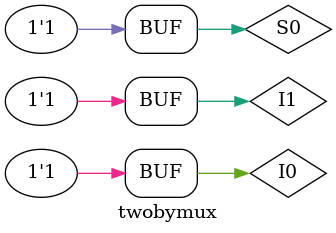
<source format=v>
`timescale 1ns / 1ps

module twobymux;

	// Inputs
	reg I0;
	reg I1;
  	reg S0;

	// Outputs
	wire Y;

	// Instantiate the Unit Under Test (UUT)
	twobyonemux uut (
      	.I0(I0), 
      	.I1(I1), 
      	.S0(S0),
      	.Y(Y)
	);

	initial begin
      $dumpfile("dump.vcd");
      $dumpvars(1); // Xilinx will not generate these two lines
		// Initialize Inputs
		I0 = 0; I1 = 0; S0 = 0; #100;
     	I0 = 0; I1 = 0; S0 = 1; #100;
      	I0 = 0; I1 = 1; S0 = 0; #100;
      	I0 = 0; I1 = 1; S0 = 1; #100;
      	I0 = 1; I1 = 0; S0 = 0; #100;
      	I0 = 1; I1 = 0; S0 = 1; #100;
      	I0 = 1; I1 = 1; S0 = 0; #100;
      	I0 = 1; I1 = 1; S0 = 1; #100;
	end
endmodule

</source>
